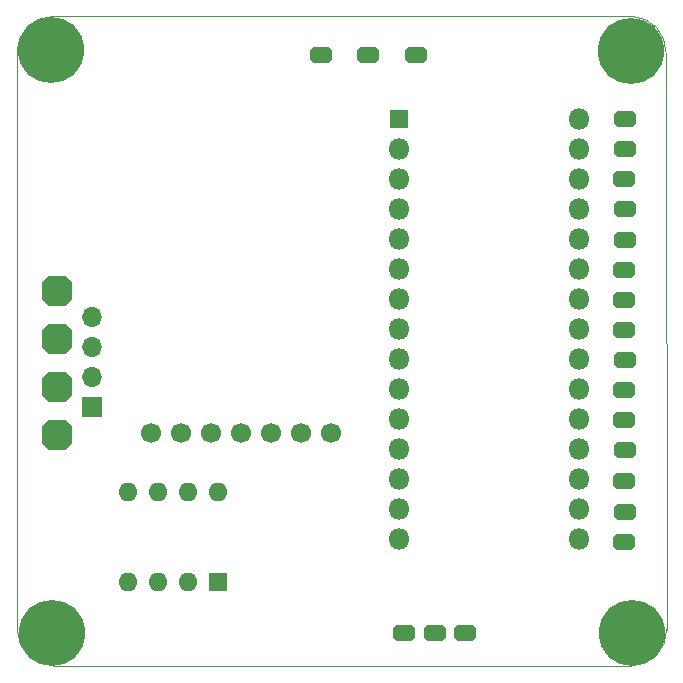
<source format=gbs>
G04 #@! TF.GenerationSoftware,KiCad,Pcbnew,(6.0.11)*
G04 #@! TF.CreationDate,2023-03-02T01:09:38+03:00*
G04 #@! TF.ProjectId,Device-1,44657669-6365-42d3-912e-6b696361645f,rev?*
G04 #@! TF.SameCoordinates,Original*
G04 #@! TF.FileFunction,Soldermask,Bot*
G04 #@! TF.FilePolarity,Negative*
%FSLAX46Y46*%
G04 Gerber Fmt 4.6, Leading zero omitted, Abs format (unit mm)*
G04 Created by KiCad (PCBNEW (6.0.11)) date 2023-03-02 01:09:38*
%MOMM*%
%LPD*%
G01*
G04 APERTURE LIST*
G04 Aperture macros list*
%AMOutline5P*
0 Free polygon, 5 corners , with rotation*
0 The origin of the aperture is its center*
0 number of corners: always 5*
0 $1 to $10 corner X, Y*
0 $11 Rotation angle, in degrees counterclockwise*
0 create outline with 5 corners*
4,1,5,$1,$2,$3,$4,$5,$6,$7,$8,$9,$10,$1,$2,$11*%
%AMOutline6P*
0 Free polygon, 6 corners , with rotation*
0 The origin of the aperture is its center*
0 number of corners: always 6*
0 $1 to $12 corner X, Y*
0 $13 Rotation angle, in degrees counterclockwise*
0 create outline with 6 corners*
4,1,6,$1,$2,$3,$4,$5,$6,$7,$8,$9,$10,$11,$12,$1,$2,$13*%
%AMOutline7P*
0 Free polygon, 7 corners , with rotation*
0 The origin of the aperture is its center*
0 number of corners: always 7*
0 $1 to $14 corner X, Y*
0 $15 Rotation angle, in degrees counterclockwise*
0 create outline with 7 corners*
4,1,7,$1,$2,$3,$4,$5,$6,$7,$8,$9,$10,$11,$12,$13,$14,$1,$2,$15*%
%AMOutline8P*
0 Free polygon, 8 corners , with rotation*
0 The origin of the aperture is its center*
0 number of corners: always 8*
0 $1 to $16 corner X, Y*
0 $17 Rotation angle, in degrees counterclockwise*
0 create outline with 8 corners*
4,1,8,$1,$2,$3,$4,$5,$6,$7,$8,$9,$10,$11,$12,$13,$14,$15,$16,$1,$2,$17*%
G04 Aperture macros list end*
G04 #@! TA.AperFunction,Profile*
%ADD10C,0.100000*%
G04 #@! TD*
%ADD11Outline8P,-0.900000X0.420000X-0.620000X0.700000X0.620000X0.700000X0.900000X0.420000X0.900000X-0.420000X0.620000X-0.700000X-0.620000X-0.700000X-0.900000X-0.420000X0.000000*%
%ADD12R,1.700000X1.700000*%
%ADD13O,1.700000X1.700000*%
%ADD14C,5.600000*%
%ADD15R,1.600000X1.600000*%
%ADD16O,1.800000X1.800000*%
%ADD17Outline8P,-1.250000X0.750000X-0.750000X1.250000X0.750000X1.250000X1.250000X0.750000X1.250000X-0.750000X0.750000X-1.250000X-0.750000X-1.250000X-1.250000X-0.750000X0.000000*%
%ADD18C,1.700000*%
%ADD19O,1.600000X1.600000*%
G04 APERTURE END LIST*
D10*
X12954000Y-16002000D02*
X13004370Y-64922400D01*
X66447246Y-64922400D02*
G75*
G03*
X66447246Y-64922400I-1524846J0D01*
G01*
X64973200Y-67970400D02*
G75*
G03*
X67970400Y-64871600I-50800J3048000D01*
G01*
X66447246Y-15951200D02*
G75*
G03*
X66447246Y-15951200I-1524846J0D01*
G01*
X16052800Y-67919600D02*
X64973200Y-67970400D01*
X17526846Y-64922400D02*
G75*
G03*
X17526846Y-64922400I-1524846J0D01*
G01*
X13004370Y-64922400D02*
G75*
G03*
X16052800Y-67919600I2997630J0D01*
G01*
X67919656Y-16051109D02*
G75*
G03*
X65024000Y-12954001I-2997256J99909D01*
G01*
X67970400Y-64871600D02*
X67919656Y-16051109D01*
X17526000Y-16002000D02*
G75*
G03*
X17526000Y-16002000I-1524000J0D01*
G01*
X65024000Y-12954001D02*
X16002000Y-12954000D01*
X16002000Y-12954000D02*
G75*
G03*
X12954000Y-16002000I0J-3048000D01*
G01*
D11*
X64414400Y-54889400D03*
X64389000Y-36957000D03*
X64389000Y-52324000D03*
X64414400Y-21640800D03*
D12*
X19304400Y-46014800D03*
D13*
X19304400Y-43474800D03*
X19304400Y-40934800D03*
X19304400Y-38394800D03*
D11*
X50927000Y-65201800D03*
X64389000Y-44577000D03*
X64389000Y-34417000D03*
D14*
X15925800Y-65125600D03*
D11*
X64414400Y-49682400D03*
D14*
X15824200Y-15824200D03*
D11*
X64389000Y-57480200D03*
X64389000Y-47117000D03*
X64414400Y-29260800D03*
X64414400Y-31851600D03*
X64389000Y-39497000D03*
D15*
X45349000Y-21615400D03*
D16*
X45349000Y-24155400D03*
X45349000Y-26695400D03*
X45349000Y-29235400D03*
X45349000Y-31775400D03*
X45349000Y-34315400D03*
X45349000Y-36855400D03*
X45349000Y-39395400D03*
X45349000Y-41935400D03*
X45349000Y-44475400D03*
X45349000Y-47015400D03*
X45349000Y-49555400D03*
X45349000Y-52095400D03*
X45349000Y-54635400D03*
X45349000Y-57175400D03*
X60589000Y-57175400D03*
X60589000Y-54635400D03*
X60589000Y-52095400D03*
X60589000Y-49555400D03*
X60589000Y-47015400D03*
X60589000Y-44475400D03*
X60589000Y-41935400D03*
X60589000Y-39395400D03*
X60589000Y-36855400D03*
X60589000Y-34315400D03*
X60589000Y-31775400D03*
X60589000Y-29235400D03*
X60589000Y-26695400D03*
X60589000Y-24155400D03*
X60589000Y-21615400D03*
D11*
X64389000Y-26695400D03*
X38684200Y-16205200D03*
X48361600Y-65176400D03*
X46786800Y-16205200D03*
D14*
X65049400Y-65151000D03*
X64922400Y-15925800D03*
D11*
X45770800Y-65176400D03*
X64414400Y-42062400D03*
X42697400Y-16256000D03*
D17*
X16332200Y-48399700D03*
X16383000Y-44310300D03*
X16383000Y-40271700D03*
X16332200Y-36182300D03*
D11*
X64414400Y-24180800D03*
D18*
X24333200Y-48209200D03*
X26873200Y-48209200D03*
X29413200Y-48209200D03*
X31953200Y-48209200D03*
X34493200Y-48209200D03*
X37033200Y-48209200D03*
X39573200Y-48209200D03*
D15*
X29972000Y-60807600D03*
D19*
X27432000Y-60807600D03*
X24892000Y-60807600D03*
X22352000Y-60807600D03*
X22352000Y-53187600D03*
X24892000Y-53187600D03*
X27432000Y-53187600D03*
X29972000Y-53187600D03*
M02*

</source>
